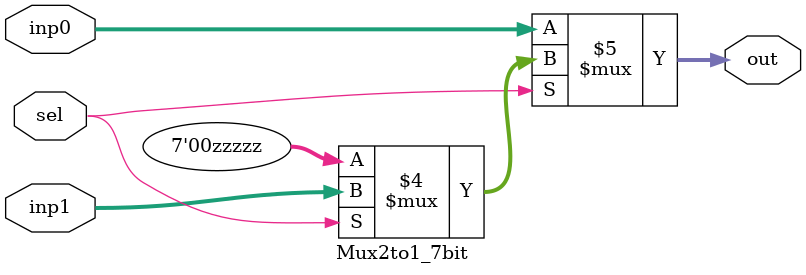
<source format=v>
module Mux2to1_7bit (inp0, inp1, sel, out);
input [6:0] inp0;
input [6:0] inp1;
input sel;
output [6:0] out;

	assign out = (sel == 1'b0)? inp0: 
			(sel == 1'b1)? inp1:
			5'bz;
endmodule
</source>
